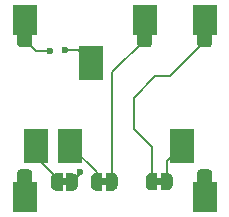
<source format=gtl>
G04 #@! TF.GenerationSoftware,KiCad,Pcbnew,9.0.1+1*
G04 #@! TF.CreationDate,2025-11-11T08:29:21+00:00*
G04 #@! TF.ProjectId,audio-jack,61756469-6f2d-46a6-9163-6b2e6b696361,rev?*
G04 #@! TF.SameCoordinates,Original*
G04 #@! TF.FileFunction,Copper,L1,Top*
G04 #@! TF.FilePolarity,Positive*
%FSLAX46Y46*%
G04 Gerber Fmt 4.6, Leading zero omitted, Abs format (unit mm)*
G04 Created by KiCad (PCBNEW 9.0.1+1) date 2025-11-11 08:29:21*
%MOMM*%
%LPD*%
G01*
G04 APERTURE LIST*
G04 #@! TA.AperFunction,EtchedComponent*
%ADD10C,0.000000*%
G04 #@! TD*
G04 #@! TA.AperFunction,SMDPad,CuDef*
%ADD11R,2.000000X3.000000*%
G04 #@! TD*
G04 #@! TA.AperFunction,CastellatedPad*
%ADD12R,2.000000X2.540000*%
G04 #@! TD*
G04 #@! TA.AperFunction,ViaPad*
%ADD13C,0.600000*%
G04 #@! TD*
G04 #@! TA.AperFunction,Conductor*
%ADD14C,0.200000*%
G04 #@! TD*
G04 APERTURE END LIST*
D10*
G04 #@! TA.AperFunction,EtchedComponent*
G36*
X43125156Y-43301969D02*
G01*
X42625156Y-43301969D01*
X42625156Y-42701969D01*
X43125156Y-42701969D01*
X43125156Y-43301969D01*
G37*
G04 #@! TD.AperFunction*
G04 #@! TA.AperFunction,EtchedComponent*
G36*
X51155156Y-43271969D02*
G01*
X50655156Y-43271969D01*
X50655156Y-42671969D01*
X51155156Y-42671969D01*
X51155156Y-43271969D01*
G37*
G04 #@! TD.AperFunction*
G04 #@! TA.AperFunction,EtchedComponent*
G36*
X46505156Y-43281969D02*
G01*
X46005156Y-43281969D01*
X46005156Y-42681969D01*
X46505156Y-42681969D01*
X46505156Y-43281969D01*
G37*
G04 #@! TD.AperFunction*
G04 #@! TA.AperFunction,SMDPad,CuDef*
G36*
X42725156Y-43751969D02*
G01*
X42225156Y-43751969D01*
X42225156Y-43747691D01*
X42159893Y-43747691D01*
X42033814Y-43713909D01*
X41920775Y-43648646D01*
X41828479Y-43556350D01*
X41763216Y-43443311D01*
X41729434Y-43317232D01*
X41729434Y-43251969D01*
X41725156Y-43251969D01*
X41725156Y-42751969D01*
X41729434Y-42751969D01*
X41729434Y-42686706D01*
X41763216Y-42560627D01*
X41828479Y-42447588D01*
X41920775Y-42355292D01*
X42033814Y-42290029D01*
X42159893Y-42256247D01*
X42225156Y-42256247D01*
X42225156Y-42251969D01*
X42725156Y-42251969D01*
X42725156Y-43751969D01*
G37*
G04 #@! TD.AperFunction*
G04 #@! TA.AperFunction,SMDPad,CuDef*
G36*
X43525156Y-42256247D02*
G01*
X43590419Y-42256247D01*
X43716498Y-42290029D01*
X43829537Y-42355292D01*
X43921833Y-42447588D01*
X43987096Y-42560627D01*
X44020878Y-42686706D01*
X44020878Y-42751969D01*
X44025156Y-42751969D01*
X44025156Y-43251969D01*
X44020878Y-43251969D01*
X44020878Y-43317232D01*
X43987096Y-43443311D01*
X43921833Y-43556350D01*
X43829537Y-43648646D01*
X43716498Y-43713909D01*
X43590419Y-43747691D01*
X43525156Y-43747691D01*
X43525156Y-43751969D01*
X43025156Y-43751969D01*
X43025156Y-42251969D01*
X43525156Y-42251969D01*
X43525156Y-42256247D01*
G37*
G04 #@! TD.AperFunction*
D11*
X40465156Y-39961969D03*
X52865156Y-39961969D03*
X45165156Y-32961969D03*
X43365156Y-39961969D03*
D12*
X39515156Y-44261969D03*
G04 #@! TA.AperFunction,ComponentPad*
G36*
G01*
X39140156Y-41936969D02*
X39890156Y-41936969D01*
G75*
G02*
X40140156Y-42186969I0J-250000D01*
G01*
X40140156Y-42936969D01*
G75*
G02*
X39890156Y-43186969I-250000J0D01*
G01*
X39140156Y-43186969D01*
G75*
G02*
X38890156Y-42936969I0J250000D01*
G01*
X38890156Y-42186969D01*
G75*
G02*
X39140156Y-41936969I250000J0D01*
G01*
G37*
G04 #@! TD.AperFunction*
X54755156Y-44261969D03*
G04 #@! TA.AperFunction,ComponentPad*
G36*
G01*
X54380156Y-41936969D02*
X55130156Y-41936969D01*
G75*
G02*
X55380156Y-42186969I0J-250000D01*
G01*
X55380156Y-42936969D01*
G75*
G02*
X55130156Y-43186969I-250000J0D01*
G01*
X54380156Y-43186969D01*
G75*
G02*
X54130156Y-42936969I0J250000D01*
G01*
X54130156Y-42186969D01*
G75*
G02*
X54380156Y-41936969I250000J0D01*
G01*
G37*
G04 #@! TD.AperFunction*
G04 #@! TA.AperFunction,ComponentPad*
G36*
G01*
X39140156Y-30336969D02*
X39890156Y-30336969D01*
G75*
G02*
X40140156Y-30586969I0J-250000D01*
G01*
X40140156Y-31336969D01*
G75*
G02*
X39890156Y-31586969I-250000J0D01*
G01*
X39140156Y-31586969D01*
G75*
G02*
X38890156Y-31336969I0J250000D01*
G01*
X38890156Y-30586969D01*
G75*
G02*
X39140156Y-30336969I250000J0D01*
G01*
G37*
G04 #@! TD.AperFunction*
X39515156Y-29261969D03*
G04 #@! TA.AperFunction,ComponentPad*
G36*
G01*
X49300156Y-30336969D02*
X50050156Y-30336969D01*
G75*
G02*
X50300156Y-30586969I0J-250000D01*
G01*
X50300156Y-31336969D01*
G75*
G02*
X50050156Y-31586969I-250000J0D01*
G01*
X49300156Y-31586969D01*
G75*
G02*
X49050156Y-31336969I0J250000D01*
G01*
X49050156Y-30586969D01*
G75*
G02*
X49300156Y-30336969I250000J0D01*
G01*
G37*
G04 #@! TD.AperFunction*
X49675156Y-29261969D03*
G04 #@! TA.AperFunction,ComponentPad*
G36*
G01*
X54380156Y-30336969D02*
X55130156Y-30336969D01*
G75*
G02*
X55380156Y-30586969I0J-250000D01*
G01*
X55380156Y-31336969D01*
G75*
G02*
X55130156Y-31586969I-250000J0D01*
G01*
X54380156Y-31586969D01*
G75*
G02*
X54130156Y-31336969I0J250000D01*
G01*
X54130156Y-30586969D01*
G75*
G02*
X54380156Y-30336969I250000J0D01*
G01*
G37*
G04 #@! TD.AperFunction*
X54755156Y-29261969D03*
G04 #@! TA.AperFunction,SMDPad,CuDef*
G36*
X50755156Y-43721969D02*
G01*
X50255156Y-43721969D01*
X50255156Y-43717691D01*
X50189893Y-43717691D01*
X50063814Y-43683909D01*
X49950775Y-43618646D01*
X49858479Y-43526350D01*
X49793216Y-43413311D01*
X49759434Y-43287232D01*
X49759434Y-43221969D01*
X49755156Y-43221969D01*
X49755156Y-42721969D01*
X49759434Y-42721969D01*
X49759434Y-42656706D01*
X49793216Y-42530627D01*
X49858479Y-42417588D01*
X49950775Y-42325292D01*
X50063814Y-42260029D01*
X50189893Y-42226247D01*
X50255156Y-42226247D01*
X50255156Y-42221969D01*
X50755156Y-42221969D01*
X50755156Y-43721969D01*
G37*
G04 #@! TD.AperFunction*
G04 #@! TA.AperFunction,SMDPad,CuDef*
G36*
X51555156Y-42226247D02*
G01*
X51620419Y-42226247D01*
X51746498Y-42260029D01*
X51859537Y-42325292D01*
X51951833Y-42417588D01*
X52017096Y-42530627D01*
X52050878Y-42656706D01*
X52050878Y-42721969D01*
X52055156Y-42721969D01*
X52055156Y-43221969D01*
X52050878Y-43221969D01*
X52050878Y-43287232D01*
X52017096Y-43413311D01*
X51951833Y-43526350D01*
X51859537Y-43618646D01*
X51746498Y-43683909D01*
X51620419Y-43717691D01*
X51555156Y-43717691D01*
X51555156Y-43721969D01*
X51055156Y-43721969D01*
X51055156Y-42221969D01*
X51555156Y-42221969D01*
X51555156Y-42226247D01*
G37*
G04 #@! TD.AperFunction*
G04 #@! TA.AperFunction,SMDPad,CuDef*
G36*
X46105156Y-43731969D02*
G01*
X45605156Y-43731969D01*
X45605156Y-43727691D01*
X45539893Y-43727691D01*
X45413814Y-43693909D01*
X45300775Y-43628646D01*
X45208479Y-43536350D01*
X45143216Y-43423311D01*
X45109434Y-43297232D01*
X45109434Y-43231969D01*
X45105156Y-43231969D01*
X45105156Y-42731969D01*
X45109434Y-42731969D01*
X45109434Y-42666706D01*
X45143216Y-42540627D01*
X45208479Y-42427588D01*
X45300775Y-42335292D01*
X45413814Y-42270029D01*
X45539893Y-42236247D01*
X45605156Y-42236247D01*
X45605156Y-42231969D01*
X46105156Y-42231969D01*
X46105156Y-43731969D01*
G37*
G04 #@! TD.AperFunction*
G04 #@! TA.AperFunction,SMDPad,CuDef*
G36*
X46905156Y-42236247D02*
G01*
X46970419Y-42236247D01*
X47096498Y-42270029D01*
X47209537Y-42335292D01*
X47301833Y-42427588D01*
X47367096Y-42540627D01*
X47400878Y-42666706D01*
X47400878Y-42731969D01*
X47405156Y-42731969D01*
X47405156Y-43231969D01*
X47400878Y-43231969D01*
X47400878Y-43297232D01*
X47367096Y-43423311D01*
X47301833Y-43536350D01*
X47209537Y-43628646D01*
X47096498Y-43693909D01*
X46970419Y-43727691D01*
X46905156Y-43727691D01*
X46905156Y-43731969D01*
X46405156Y-43731969D01*
X46405156Y-42231969D01*
X46905156Y-42231969D01*
X46905156Y-42236247D01*
G37*
G04 #@! TD.AperFunction*
D13*
X42905156Y-31811969D03*
X44235156Y-42121969D03*
X41655156Y-31881969D03*
D14*
X51555156Y-42971969D02*
X51555156Y-41271969D01*
X51555156Y-41271969D02*
X52865156Y-39961969D01*
X42225156Y-43001969D02*
X42225156Y-42681969D01*
X40465156Y-40921969D02*
X40465156Y-39961969D01*
X42225156Y-42681969D02*
X40465156Y-40921969D01*
X43365156Y-39961969D02*
X45605156Y-42201969D01*
X45605156Y-42201969D02*
X45605156Y-42981969D01*
X44015156Y-31811969D02*
X42905156Y-31811969D01*
X45165156Y-32961969D02*
X44015156Y-31811969D01*
X48745156Y-35861969D02*
X48745156Y-38491969D01*
X54755156Y-30961969D02*
X54755156Y-31081969D01*
X51815156Y-34021969D02*
X50585156Y-34021969D01*
X54755156Y-31081969D02*
X51815156Y-34021969D01*
X50295156Y-40041969D02*
X50295156Y-42931969D01*
X50585156Y-34021969D02*
X48745156Y-35861969D01*
X50295156Y-42931969D02*
X50255156Y-42971969D01*
X48745156Y-38491969D02*
X50295156Y-40041969D01*
X46905156Y-42981969D02*
X46905156Y-33731969D01*
X46905156Y-33731969D02*
X49675156Y-30961969D01*
X43525156Y-43001969D02*
X44235156Y-42291969D01*
X44235156Y-42291969D02*
X44235156Y-42121969D01*
X41655156Y-31881969D02*
X40445156Y-31881969D01*
X40445156Y-31881969D02*
X39525156Y-30961969D01*
X39525156Y-30961969D02*
X39515156Y-30961969D01*
M02*

</source>
